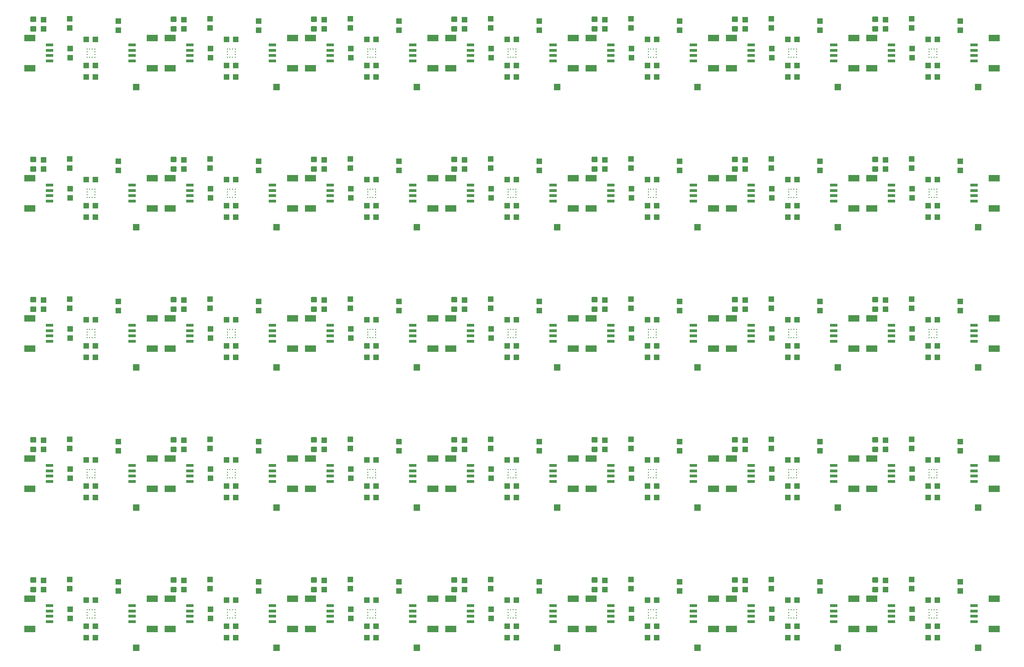
<source format=gtp>
G04 EAGLE Gerber RS-274X export*
G75*
%MOMM*%
%FSLAX34Y34*%
%LPD*%
%INSolderpaste Top*%
%IPPOS*%
%AMOC8*
5,1,8,0,0,1.08239X$1,22.5*%
G01*
%ADD10R,1.270000X1.206500*%
%ADD11R,2.000000X1.200000*%
%ADD12R,1.350000X0.600000*%
%ADD13R,1.100000X1.000000*%
%ADD14R,1.000000X1.100000*%
%ADD15C,0.300000*%
%ADD16R,0.275000X0.250000*%
%ADD17R,0.250000X0.275000*%


D10*
X210185Y63818D03*
X469265Y63818D03*
X728345Y63818D03*
X987425Y63818D03*
X1246505Y63818D03*
X1505585Y63818D03*
X1764665Y63818D03*
X210185Y322898D03*
X469265Y322898D03*
X728345Y322898D03*
X987425Y322898D03*
X1246505Y322898D03*
X1505585Y322898D03*
X1764665Y322898D03*
X210185Y581978D03*
X469265Y581978D03*
X728345Y581978D03*
X987425Y581978D03*
X1246505Y581978D03*
X1505585Y581978D03*
X1764665Y581978D03*
X210185Y841058D03*
X469265Y841058D03*
X728345Y841058D03*
X987425Y841058D03*
X1246505Y841058D03*
X1505585Y841058D03*
X1764665Y841058D03*
X210185Y1100138D03*
X469265Y1100138D03*
X728345Y1100138D03*
X987425Y1100138D03*
X1246505Y1100138D03*
X1505585Y1100138D03*
X1764665Y1100138D03*
D11*
X14050Y155000D03*
X14050Y99000D03*
D12*
X50800Y142000D03*
X50800Y132000D03*
X50800Y122000D03*
X50800Y112000D03*
D13*
X135500Y104140D03*
X118500Y104140D03*
D11*
X239950Y99000D03*
X239950Y155000D03*
D12*
X203200Y112000D03*
X203200Y122000D03*
X203200Y132000D03*
X203200Y142000D03*
D14*
X39370Y171840D03*
X39370Y188840D03*
D15*
X23820Y185610D02*
X16820Y185610D01*
X16820Y192610D01*
X23820Y192610D01*
X23820Y185610D01*
X23820Y188460D02*
X16820Y188460D01*
X16820Y191310D02*
X23820Y191310D01*
X23820Y168070D02*
X16820Y168070D01*
X16820Y175070D01*
X23820Y175070D01*
X23820Y168070D01*
X23820Y170920D02*
X16820Y170920D01*
X16820Y173770D02*
X23820Y173770D01*
D14*
X87630Y173110D03*
X87630Y190110D03*
X177800Y169300D03*
X177800Y186300D03*
D13*
X135500Y152400D03*
X118500Y152400D03*
D14*
X88900Y135500D03*
X88900Y118500D03*
D13*
X118500Y82550D03*
X135500Y82550D03*
D16*
X134500Y124500D03*
X134500Y129500D03*
X119500Y129500D03*
X119500Y124500D03*
D17*
X134500Y134625D03*
X129500Y134625D03*
X124500Y134625D03*
X119500Y134625D03*
X119500Y119375D03*
X124500Y119375D03*
X129500Y119375D03*
X134500Y119375D03*
D11*
X273130Y155000D03*
X273130Y99000D03*
D12*
X309880Y142000D03*
X309880Y132000D03*
X309880Y122000D03*
X309880Y112000D03*
D13*
X394580Y104140D03*
X377580Y104140D03*
D11*
X499030Y99000D03*
X499030Y155000D03*
D12*
X462280Y112000D03*
X462280Y122000D03*
X462280Y132000D03*
X462280Y142000D03*
D14*
X298450Y171840D03*
X298450Y188840D03*
D15*
X282900Y185610D02*
X275900Y185610D01*
X275900Y192610D01*
X282900Y192610D01*
X282900Y185610D01*
X282900Y188460D02*
X275900Y188460D01*
X275900Y191310D02*
X282900Y191310D01*
X282900Y168070D02*
X275900Y168070D01*
X275900Y175070D01*
X282900Y175070D01*
X282900Y168070D01*
X282900Y170920D02*
X275900Y170920D01*
X275900Y173770D02*
X282900Y173770D01*
D14*
X346710Y173110D03*
X346710Y190110D03*
X436880Y169300D03*
X436880Y186300D03*
D13*
X394580Y152400D03*
X377580Y152400D03*
D14*
X347980Y135500D03*
X347980Y118500D03*
D13*
X377580Y82550D03*
X394580Y82550D03*
D16*
X393580Y124500D03*
X393580Y129500D03*
X378580Y129500D03*
X378580Y124500D03*
D17*
X393580Y134625D03*
X388580Y134625D03*
X383580Y134625D03*
X378580Y134625D03*
X378580Y119375D03*
X383580Y119375D03*
X388580Y119375D03*
X393580Y119375D03*
D11*
X532210Y155000D03*
X532210Y99000D03*
D12*
X568960Y142000D03*
X568960Y132000D03*
X568960Y122000D03*
X568960Y112000D03*
D13*
X653660Y104140D03*
X636660Y104140D03*
D11*
X758110Y99000D03*
X758110Y155000D03*
D12*
X721360Y112000D03*
X721360Y122000D03*
X721360Y132000D03*
X721360Y142000D03*
D14*
X557530Y171840D03*
X557530Y188840D03*
D15*
X541980Y185610D02*
X534980Y185610D01*
X534980Y192610D01*
X541980Y192610D01*
X541980Y185610D01*
X541980Y188460D02*
X534980Y188460D01*
X534980Y191310D02*
X541980Y191310D01*
X541980Y168070D02*
X534980Y168070D01*
X534980Y175070D01*
X541980Y175070D01*
X541980Y168070D01*
X541980Y170920D02*
X534980Y170920D01*
X534980Y173770D02*
X541980Y173770D01*
D14*
X605790Y173110D03*
X605790Y190110D03*
X695960Y169300D03*
X695960Y186300D03*
D13*
X653660Y152400D03*
X636660Y152400D03*
D14*
X607060Y135500D03*
X607060Y118500D03*
D13*
X636660Y82550D03*
X653660Y82550D03*
D16*
X652660Y124500D03*
X652660Y129500D03*
X637660Y129500D03*
X637660Y124500D03*
D17*
X652660Y134625D03*
X647660Y134625D03*
X642660Y134625D03*
X637660Y134625D03*
X637660Y119375D03*
X642660Y119375D03*
X647660Y119375D03*
X652660Y119375D03*
D11*
X791290Y155000D03*
X791290Y99000D03*
D12*
X828040Y142000D03*
X828040Y132000D03*
X828040Y122000D03*
X828040Y112000D03*
D13*
X912740Y104140D03*
X895740Y104140D03*
D11*
X1017190Y99000D03*
X1017190Y155000D03*
D12*
X980440Y112000D03*
X980440Y122000D03*
X980440Y132000D03*
X980440Y142000D03*
D14*
X816610Y171840D03*
X816610Y188840D03*
D15*
X801060Y185610D02*
X794060Y185610D01*
X794060Y192610D01*
X801060Y192610D01*
X801060Y185610D01*
X801060Y188460D02*
X794060Y188460D01*
X794060Y191310D02*
X801060Y191310D01*
X801060Y168070D02*
X794060Y168070D01*
X794060Y175070D01*
X801060Y175070D01*
X801060Y168070D01*
X801060Y170920D02*
X794060Y170920D01*
X794060Y173770D02*
X801060Y173770D01*
D14*
X864870Y173110D03*
X864870Y190110D03*
X955040Y169300D03*
X955040Y186300D03*
D13*
X912740Y152400D03*
X895740Y152400D03*
D14*
X866140Y135500D03*
X866140Y118500D03*
D13*
X895740Y82550D03*
X912740Y82550D03*
D16*
X911740Y124500D03*
X911740Y129500D03*
X896740Y129500D03*
X896740Y124500D03*
D17*
X911740Y134625D03*
X906740Y134625D03*
X901740Y134625D03*
X896740Y134625D03*
X896740Y119375D03*
X901740Y119375D03*
X906740Y119375D03*
X911740Y119375D03*
D11*
X1050370Y155000D03*
X1050370Y99000D03*
D12*
X1087120Y142000D03*
X1087120Y132000D03*
X1087120Y122000D03*
X1087120Y112000D03*
D13*
X1171820Y104140D03*
X1154820Y104140D03*
D11*
X1276270Y99000D03*
X1276270Y155000D03*
D12*
X1239520Y112000D03*
X1239520Y122000D03*
X1239520Y132000D03*
X1239520Y142000D03*
D14*
X1075690Y171840D03*
X1075690Y188840D03*
D15*
X1060140Y185610D02*
X1053140Y185610D01*
X1053140Y192610D01*
X1060140Y192610D01*
X1060140Y185610D01*
X1060140Y188460D02*
X1053140Y188460D01*
X1053140Y191310D02*
X1060140Y191310D01*
X1060140Y168070D02*
X1053140Y168070D01*
X1053140Y175070D01*
X1060140Y175070D01*
X1060140Y168070D01*
X1060140Y170920D02*
X1053140Y170920D01*
X1053140Y173770D02*
X1060140Y173770D01*
D14*
X1123950Y173110D03*
X1123950Y190110D03*
X1214120Y169300D03*
X1214120Y186300D03*
D13*
X1171820Y152400D03*
X1154820Y152400D03*
D14*
X1125220Y135500D03*
X1125220Y118500D03*
D13*
X1154820Y82550D03*
X1171820Y82550D03*
D16*
X1170820Y124500D03*
X1170820Y129500D03*
X1155820Y129500D03*
X1155820Y124500D03*
D17*
X1170820Y134625D03*
X1165820Y134625D03*
X1160820Y134625D03*
X1155820Y134625D03*
X1155820Y119375D03*
X1160820Y119375D03*
X1165820Y119375D03*
X1170820Y119375D03*
D11*
X1309450Y155000D03*
X1309450Y99000D03*
D12*
X1346200Y142000D03*
X1346200Y132000D03*
X1346200Y122000D03*
X1346200Y112000D03*
D13*
X1430900Y104140D03*
X1413900Y104140D03*
D11*
X1535350Y99000D03*
X1535350Y155000D03*
D12*
X1498600Y112000D03*
X1498600Y122000D03*
X1498600Y132000D03*
X1498600Y142000D03*
D14*
X1334770Y171840D03*
X1334770Y188840D03*
D15*
X1319220Y185610D02*
X1312220Y185610D01*
X1312220Y192610D01*
X1319220Y192610D01*
X1319220Y185610D01*
X1319220Y188460D02*
X1312220Y188460D01*
X1312220Y191310D02*
X1319220Y191310D01*
X1319220Y168070D02*
X1312220Y168070D01*
X1312220Y175070D01*
X1319220Y175070D01*
X1319220Y168070D01*
X1319220Y170920D02*
X1312220Y170920D01*
X1312220Y173770D02*
X1319220Y173770D01*
D14*
X1383030Y173110D03*
X1383030Y190110D03*
X1473200Y169300D03*
X1473200Y186300D03*
D13*
X1430900Y152400D03*
X1413900Y152400D03*
D14*
X1384300Y135500D03*
X1384300Y118500D03*
D13*
X1413900Y82550D03*
X1430900Y82550D03*
D16*
X1429900Y124500D03*
X1429900Y129500D03*
X1414900Y129500D03*
X1414900Y124500D03*
D17*
X1429900Y134625D03*
X1424900Y134625D03*
X1419900Y134625D03*
X1414900Y134625D03*
X1414900Y119375D03*
X1419900Y119375D03*
X1424900Y119375D03*
X1429900Y119375D03*
D11*
X1568530Y155000D03*
X1568530Y99000D03*
D12*
X1605280Y142000D03*
X1605280Y132000D03*
X1605280Y122000D03*
X1605280Y112000D03*
D13*
X1689980Y104140D03*
X1672980Y104140D03*
D11*
X1794430Y99000D03*
X1794430Y155000D03*
D12*
X1757680Y112000D03*
X1757680Y122000D03*
X1757680Y132000D03*
X1757680Y142000D03*
D14*
X1593850Y171840D03*
X1593850Y188840D03*
D15*
X1578300Y185610D02*
X1571300Y185610D01*
X1571300Y192610D01*
X1578300Y192610D01*
X1578300Y185610D01*
X1578300Y188460D02*
X1571300Y188460D01*
X1571300Y191310D02*
X1578300Y191310D01*
X1578300Y168070D02*
X1571300Y168070D01*
X1571300Y175070D01*
X1578300Y175070D01*
X1578300Y168070D01*
X1578300Y170920D02*
X1571300Y170920D01*
X1571300Y173770D02*
X1578300Y173770D01*
D14*
X1642110Y173110D03*
X1642110Y190110D03*
X1732280Y169300D03*
X1732280Y186300D03*
D13*
X1689980Y152400D03*
X1672980Y152400D03*
D14*
X1643380Y135500D03*
X1643380Y118500D03*
D13*
X1672980Y82550D03*
X1689980Y82550D03*
D16*
X1688980Y124500D03*
X1688980Y129500D03*
X1673980Y129500D03*
X1673980Y124500D03*
D17*
X1688980Y134625D03*
X1683980Y134625D03*
X1678980Y134625D03*
X1673980Y134625D03*
X1673980Y119375D03*
X1678980Y119375D03*
X1683980Y119375D03*
X1688980Y119375D03*
D11*
X14050Y414080D03*
X14050Y358080D03*
D12*
X50800Y401080D03*
X50800Y391080D03*
X50800Y381080D03*
X50800Y371080D03*
D13*
X135500Y363220D03*
X118500Y363220D03*
D11*
X239950Y358080D03*
X239950Y414080D03*
D12*
X203200Y371080D03*
X203200Y381080D03*
X203200Y391080D03*
X203200Y401080D03*
D14*
X39370Y430920D03*
X39370Y447920D03*
D15*
X23820Y444690D02*
X16820Y444690D01*
X16820Y451690D01*
X23820Y451690D01*
X23820Y444690D01*
X23820Y447540D02*
X16820Y447540D01*
X16820Y450390D02*
X23820Y450390D01*
X23820Y427150D02*
X16820Y427150D01*
X16820Y434150D01*
X23820Y434150D01*
X23820Y427150D01*
X23820Y430000D02*
X16820Y430000D01*
X16820Y432850D02*
X23820Y432850D01*
D14*
X87630Y432190D03*
X87630Y449190D03*
X177800Y428380D03*
X177800Y445380D03*
D13*
X135500Y411480D03*
X118500Y411480D03*
D14*
X88900Y394580D03*
X88900Y377580D03*
D13*
X118500Y341630D03*
X135500Y341630D03*
D16*
X134500Y383580D03*
X134500Y388580D03*
X119500Y388580D03*
X119500Y383580D03*
D17*
X134500Y393705D03*
X129500Y393705D03*
X124500Y393705D03*
X119500Y393705D03*
X119500Y378455D03*
X124500Y378455D03*
X129500Y378455D03*
X134500Y378455D03*
D11*
X273130Y414080D03*
X273130Y358080D03*
D12*
X309880Y401080D03*
X309880Y391080D03*
X309880Y381080D03*
X309880Y371080D03*
D13*
X394580Y363220D03*
X377580Y363220D03*
D11*
X499030Y358080D03*
X499030Y414080D03*
D12*
X462280Y371080D03*
X462280Y381080D03*
X462280Y391080D03*
X462280Y401080D03*
D14*
X298450Y430920D03*
X298450Y447920D03*
D15*
X282900Y444690D02*
X275900Y444690D01*
X275900Y451690D01*
X282900Y451690D01*
X282900Y444690D01*
X282900Y447540D02*
X275900Y447540D01*
X275900Y450390D02*
X282900Y450390D01*
X282900Y427150D02*
X275900Y427150D01*
X275900Y434150D01*
X282900Y434150D01*
X282900Y427150D01*
X282900Y430000D02*
X275900Y430000D01*
X275900Y432850D02*
X282900Y432850D01*
D14*
X346710Y432190D03*
X346710Y449190D03*
X436880Y428380D03*
X436880Y445380D03*
D13*
X394580Y411480D03*
X377580Y411480D03*
D14*
X347980Y394580D03*
X347980Y377580D03*
D13*
X377580Y341630D03*
X394580Y341630D03*
D16*
X393580Y383580D03*
X393580Y388580D03*
X378580Y388580D03*
X378580Y383580D03*
D17*
X393580Y393705D03*
X388580Y393705D03*
X383580Y393705D03*
X378580Y393705D03*
X378580Y378455D03*
X383580Y378455D03*
X388580Y378455D03*
X393580Y378455D03*
D11*
X532210Y414080D03*
X532210Y358080D03*
D12*
X568960Y401080D03*
X568960Y391080D03*
X568960Y381080D03*
X568960Y371080D03*
D13*
X653660Y363220D03*
X636660Y363220D03*
D11*
X758110Y358080D03*
X758110Y414080D03*
D12*
X721360Y371080D03*
X721360Y381080D03*
X721360Y391080D03*
X721360Y401080D03*
D14*
X557530Y430920D03*
X557530Y447920D03*
D15*
X541980Y444690D02*
X534980Y444690D01*
X534980Y451690D01*
X541980Y451690D01*
X541980Y444690D01*
X541980Y447540D02*
X534980Y447540D01*
X534980Y450390D02*
X541980Y450390D01*
X541980Y427150D02*
X534980Y427150D01*
X534980Y434150D01*
X541980Y434150D01*
X541980Y427150D01*
X541980Y430000D02*
X534980Y430000D01*
X534980Y432850D02*
X541980Y432850D01*
D14*
X605790Y432190D03*
X605790Y449190D03*
X695960Y428380D03*
X695960Y445380D03*
D13*
X653660Y411480D03*
X636660Y411480D03*
D14*
X607060Y394580D03*
X607060Y377580D03*
D13*
X636660Y341630D03*
X653660Y341630D03*
D16*
X652660Y383580D03*
X652660Y388580D03*
X637660Y388580D03*
X637660Y383580D03*
D17*
X652660Y393705D03*
X647660Y393705D03*
X642660Y393705D03*
X637660Y393705D03*
X637660Y378455D03*
X642660Y378455D03*
X647660Y378455D03*
X652660Y378455D03*
D11*
X791290Y414080D03*
X791290Y358080D03*
D12*
X828040Y401080D03*
X828040Y391080D03*
X828040Y381080D03*
X828040Y371080D03*
D13*
X912740Y363220D03*
X895740Y363220D03*
D11*
X1017190Y358080D03*
X1017190Y414080D03*
D12*
X980440Y371080D03*
X980440Y381080D03*
X980440Y391080D03*
X980440Y401080D03*
D14*
X816610Y430920D03*
X816610Y447920D03*
D15*
X801060Y444690D02*
X794060Y444690D01*
X794060Y451690D01*
X801060Y451690D01*
X801060Y444690D01*
X801060Y447540D02*
X794060Y447540D01*
X794060Y450390D02*
X801060Y450390D01*
X801060Y427150D02*
X794060Y427150D01*
X794060Y434150D01*
X801060Y434150D01*
X801060Y427150D01*
X801060Y430000D02*
X794060Y430000D01*
X794060Y432850D02*
X801060Y432850D01*
D14*
X864870Y432190D03*
X864870Y449190D03*
X955040Y428380D03*
X955040Y445380D03*
D13*
X912740Y411480D03*
X895740Y411480D03*
D14*
X866140Y394580D03*
X866140Y377580D03*
D13*
X895740Y341630D03*
X912740Y341630D03*
D16*
X911740Y383580D03*
X911740Y388580D03*
X896740Y388580D03*
X896740Y383580D03*
D17*
X911740Y393705D03*
X906740Y393705D03*
X901740Y393705D03*
X896740Y393705D03*
X896740Y378455D03*
X901740Y378455D03*
X906740Y378455D03*
X911740Y378455D03*
D11*
X1050370Y414080D03*
X1050370Y358080D03*
D12*
X1087120Y401080D03*
X1087120Y391080D03*
X1087120Y381080D03*
X1087120Y371080D03*
D13*
X1171820Y363220D03*
X1154820Y363220D03*
D11*
X1276270Y358080D03*
X1276270Y414080D03*
D12*
X1239520Y371080D03*
X1239520Y381080D03*
X1239520Y391080D03*
X1239520Y401080D03*
D14*
X1075690Y430920D03*
X1075690Y447920D03*
D15*
X1060140Y444690D02*
X1053140Y444690D01*
X1053140Y451690D01*
X1060140Y451690D01*
X1060140Y444690D01*
X1060140Y447540D02*
X1053140Y447540D01*
X1053140Y450390D02*
X1060140Y450390D01*
X1060140Y427150D02*
X1053140Y427150D01*
X1053140Y434150D01*
X1060140Y434150D01*
X1060140Y427150D01*
X1060140Y430000D02*
X1053140Y430000D01*
X1053140Y432850D02*
X1060140Y432850D01*
D14*
X1123950Y432190D03*
X1123950Y449190D03*
X1214120Y428380D03*
X1214120Y445380D03*
D13*
X1171820Y411480D03*
X1154820Y411480D03*
D14*
X1125220Y394580D03*
X1125220Y377580D03*
D13*
X1154820Y341630D03*
X1171820Y341630D03*
D16*
X1170820Y383580D03*
X1170820Y388580D03*
X1155820Y388580D03*
X1155820Y383580D03*
D17*
X1170820Y393705D03*
X1165820Y393705D03*
X1160820Y393705D03*
X1155820Y393705D03*
X1155820Y378455D03*
X1160820Y378455D03*
X1165820Y378455D03*
X1170820Y378455D03*
D11*
X1309450Y414080D03*
X1309450Y358080D03*
D12*
X1346200Y401080D03*
X1346200Y391080D03*
X1346200Y381080D03*
X1346200Y371080D03*
D13*
X1430900Y363220D03*
X1413900Y363220D03*
D11*
X1535350Y358080D03*
X1535350Y414080D03*
D12*
X1498600Y371080D03*
X1498600Y381080D03*
X1498600Y391080D03*
X1498600Y401080D03*
D14*
X1334770Y430920D03*
X1334770Y447920D03*
D15*
X1319220Y444690D02*
X1312220Y444690D01*
X1312220Y451690D01*
X1319220Y451690D01*
X1319220Y444690D01*
X1319220Y447540D02*
X1312220Y447540D01*
X1312220Y450390D02*
X1319220Y450390D01*
X1319220Y427150D02*
X1312220Y427150D01*
X1312220Y434150D01*
X1319220Y434150D01*
X1319220Y427150D01*
X1319220Y430000D02*
X1312220Y430000D01*
X1312220Y432850D02*
X1319220Y432850D01*
D14*
X1383030Y432190D03*
X1383030Y449190D03*
X1473200Y428380D03*
X1473200Y445380D03*
D13*
X1430900Y411480D03*
X1413900Y411480D03*
D14*
X1384300Y394580D03*
X1384300Y377580D03*
D13*
X1413900Y341630D03*
X1430900Y341630D03*
D16*
X1429900Y383580D03*
X1429900Y388580D03*
X1414900Y388580D03*
X1414900Y383580D03*
D17*
X1429900Y393705D03*
X1424900Y393705D03*
X1419900Y393705D03*
X1414900Y393705D03*
X1414900Y378455D03*
X1419900Y378455D03*
X1424900Y378455D03*
X1429900Y378455D03*
D11*
X1568530Y414080D03*
X1568530Y358080D03*
D12*
X1605280Y401080D03*
X1605280Y391080D03*
X1605280Y381080D03*
X1605280Y371080D03*
D13*
X1689980Y363220D03*
X1672980Y363220D03*
D11*
X1794430Y358080D03*
X1794430Y414080D03*
D12*
X1757680Y371080D03*
X1757680Y381080D03*
X1757680Y391080D03*
X1757680Y401080D03*
D14*
X1593850Y430920D03*
X1593850Y447920D03*
D15*
X1578300Y444690D02*
X1571300Y444690D01*
X1571300Y451690D01*
X1578300Y451690D01*
X1578300Y444690D01*
X1578300Y447540D02*
X1571300Y447540D01*
X1571300Y450390D02*
X1578300Y450390D01*
X1578300Y427150D02*
X1571300Y427150D01*
X1571300Y434150D01*
X1578300Y434150D01*
X1578300Y427150D01*
X1578300Y430000D02*
X1571300Y430000D01*
X1571300Y432850D02*
X1578300Y432850D01*
D14*
X1642110Y432190D03*
X1642110Y449190D03*
X1732280Y428380D03*
X1732280Y445380D03*
D13*
X1689980Y411480D03*
X1672980Y411480D03*
D14*
X1643380Y394580D03*
X1643380Y377580D03*
D13*
X1672980Y341630D03*
X1689980Y341630D03*
D16*
X1688980Y383580D03*
X1688980Y388580D03*
X1673980Y388580D03*
X1673980Y383580D03*
D17*
X1688980Y393705D03*
X1683980Y393705D03*
X1678980Y393705D03*
X1673980Y393705D03*
X1673980Y378455D03*
X1678980Y378455D03*
X1683980Y378455D03*
X1688980Y378455D03*
D11*
X14050Y673160D03*
X14050Y617160D03*
D12*
X50800Y660160D03*
X50800Y650160D03*
X50800Y640160D03*
X50800Y630160D03*
D13*
X135500Y622300D03*
X118500Y622300D03*
D11*
X239950Y617160D03*
X239950Y673160D03*
D12*
X203200Y630160D03*
X203200Y640160D03*
X203200Y650160D03*
X203200Y660160D03*
D14*
X39370Y690000D03*
X39370Y707000D03*
D15*
X23820Y703770D02*
X16820Y703770D01*
X16820Y710770D01*
X23820Y710770D01*
X23820Y703770D01*
X23820Y706620D02*
X16820Y706620D01*
X16820Y709470D02*
X23820Y709470D01*
X23820Y686230D02*
X16820Y686230D01*
X16820Y693230D01*
X23820Y693230D01*
X23820Y686230D01*
X23820Y689080D02*
X16820Y689080D01*
X16820Y691930D02*
X23820Y691930D01*
D14*
X87630Y691270D03*
X87630Y708270D03*
X177800Y687460D03*
X177800Y704460D03*
D13*
X135500Y670560D03*
X118500Y670560D03*
D14*
X88900Y653660D03*
X88900Y636660D03*
D13*
X118500Y600710D03*
X135500Y600710D03*
D16*
X134500Y642660D03*
X134500Y647660D03*
X119500Y647660D03*
X119500Y642660D03*
D17*
X134500Y652785D03*
X129500Y652785D03*
X124500Y652785D03*
X119500Y652785D03*
X119500Y637535D03*
X124500Y637535D03*
X129500Y637535D03*
X134500Y637535D03*
D11*
X273130Y673160D03*
X273130Y617160D03*
D12*
X309880Y660160D03*
X309880Y650160D03*
X309880Y640160D03*
X309880Y630160D03*
D13*
X394580Y622300D03*
X377580Y622300D03*
D11*
X499030Y617160D03*
X499030Y673160D03*
D12*
X462280Y630160D03*
X462280Y640160D03*
X462280Y650160D03*
X462280Y660160D03*
D14*
X298450Y690000D03*
X298450Y707000D03*
D15*
X282900Y703770D02*
X275900Y703770D01*
X275900Y710770D01*
X282900Y710770D01*
X282900Y703770D01*
X282900Y706620D02*
X275900Y706620D01*
X275900Y709470D02*
X282900Y709470D01*
X282900Y686230D02*
X275900Y686230D01*
X275900Y693230D01*
X282900Y693230D01*
X282900Y686230D01*
X282900Y689080D02*
X275900Y689080D01*
X275900Y691930D02*
X282900Y691930D01*
D14*
X346710Y691270D03*
X346710Y708270D03*
X436880Y687460D03*
X436880Y704460D03*
D13*
X394580Y670560D03*
X377580Y670560D03*
D14*
X347980Y653660D03*
X347980Y636660D03*
D13*
X377580Y600710D03*
X394580Y600710D03*
D16*
X393580Y642660D03*
X393580Y647660D03*
X378580Y647660D03*
X378580Y642660D03*
D17*
X393580Y652785D03*
X388580Y652785D03*
X383580Y652785D03*
X378580Y652785D03*
X378580Y637535D03*
X383580Y637535D03*
X388580Y637535D03*
X393580Y637535D03*
D11*
X532210Y673160D03*
X532210Y617160D03*
D12*
X568960Y660160D03*
X568960Y650160D03*
X568960Y640160D03*
X568960Y630160D03*
D13*
X653660Y622300D03*
X636660Y622300D03*
D11*
X758110Y617160D03*
X758110Y673160D03*
D12*
X721360Y630160D03*
X721360Y640160D03*
X721360Y650160D03*
X721360Y660160D03*
D14*
X557530Y690000D03*
X557530Y707000D03*
D15*
X541980Y703770D02*
X534980Y703770D01*
X534980Y710770D01*
X541980Y710770D01*
X541980Y703770D01*
X541980Y706620D02*
X534980Y706620D01*
X534980Y709470D02*
X541980Y709470D01*
X541980Y686230D02*
X534980Y686230D01*
X534980Y693230D01*
X541980Y693230D01*
X541980Y686230D01*
X541980Y689080D02*
X534980Y689080D01*
X534980Y691930D02*
X541980Y691930D01*
D14*
X605790Y691270D03*
X605790Y708270D03*
X695960Y687460D03*
X695960Y704460D03*
D13*
X653660Y670560D03*
X636660Y670560D03*
D14*
X607060Y653660D03*
X607060Y636660D03*
D13*
X636660Y600710D03*
X653660Y600710D03*
D16*
X652660Y642660D03*
X652660Y647660D03*
X637660Y647660D03*
X637660Y642660D03*
D17*
X652660Y652785D03*
X647660Y652785D03*
X642660Y652785D03*
X637660Y652785D03*
X637660Y637535D03*
X642660Y637535D03*
X647660Y637535D03*
X652660Y637535D03*
D11*
X791290Y673160D03*
X791290Y617160D03*
D12*
X828040Y660160D03*
X828040Y650160D03*
X828040Y640160D03*
X828040Y630160D03*
D13*
X912740Y622300D03*
X895740Y622300D03*
D11*
X1017190Y617160D03*
X1017190Y673160D03*
D12*
X980440Y630160D03*
X980440Y640160D03*
X980440Y650160D03*
X980440Y660160D03*
D14*
X816610Y690000D03*
X816610Y707000D03*
D15*
X801060Y703770D02*
X794060Y703770D01*
X794060Y710770D01*
X801060Y710770D01*
X801060Y703770D01*
X801060Y706620D02*
X794060Y706620D01*
X794060Y709470D02*
X801060Y709470D01*
X801060Y686230D02*
X794060Y686230D01*
X794060Y693230D01*
X801060Y693230D01*
X801060Y686230D01*
X801060Y689080D02*
X794060Y689080D01*
X794060Y691930D02*
X801060Y691930D01*
D14*
X864870Y691270D03*
X864870Y708270D03*
X955040Y687460D03*
X955040Y704460D03*
D13*
X912740Y670560D03*
X895740Y670560D03*
D14*
X866140Y653660D03*
X866140Y636660D03*
D13*
X895740Y600710D03*
X912740Y600710D03*
D16*
X911740Y642660D03*
X911740Y647660D03*
X896740Y647660D03*
X896740Y642660D03*
D17*
X911740Y652785D03*
X906740Y652785D03*
X901740Y652785D03*
X896740Y652785D03*
X896740Y637535D03*
X901740Y637535D03*
X906740Y637535D03*
X911740Y637535D03*
D11*
X1050370Y673160D03*
X1050370Y617160D03*
D12*
X1087120Y660160D03*
X1087120Y650160D03*
X1087120Y640160D03*
X1087120Y630160D03*
D13*
X1171820Y622300D03*
X1154820Y622300D03*
D11*
X1276270Y617160D03*
X1276270Y673160D03*
D12*
X1239520Y630160D03*
X1239520Y640160D03*
X1239520Y650160D03*
X1239520Y660160D03*
D14*
X1075690Y690000D03*
X1075690Y707000D03*
D15*
X1060140Y703770D02*
X1053140Y703770D01*
X1053140Y710770D01*
X1060140Y710770D01*
X1060140Y703770D01*
X1060140Y706620D02*
X1053140Y706620D01*
X1053140Y709470D02*
X1060140Y709470D01*
X1060140Y686230D02*
X1053140Y686230D01*
X1053140Y693230D01*
X1060140Y693230D01*
X1060140Y686230D01*
X1060140Y689080D02*
X1053140Y689080D01*
X1053140Y691930D02*
X1060140Y691930D01*
D14*
X1123950Y691270D03*
X1123950Y708270D03*
X1214120Y687460D03*
X1214120Y704460D03*
D13*
X1171820Y670560D03*
X1154820Y670560D03*
D14*
X1125220Y653660D03*
X1125220Y636660D03*
D13*
X1154820Y600710D03*
X1171820Y600710D03*
D16*
X1170820Y642660D03*
X1170820Y647660D03*
X1155820Y647660D03*
X1155820Y642660D03*
D17*
X1170820Y652785D03*
X1165820Y652785D03*
X1160820Y652785D03*
X1155820Y652785D03*
X1155820Y637535D03*
X1160820Y637535D03*
X1165820Y637535D03*
X1170820Y637535D03*
D11*
X1309450Y673160D03*
X1309450Y617160D03*
D12*
X1346200Y660160D03*
X1346200Y650160D03*
X1346200Y640160D03*
X1346200Y630160D03*
D13*
X1430900Y622300D03*
X1413900Y622300D03*
D11*
X1535350Y617160D03*
X1535350Y673160D03*
D12*
X1498600Y630160D03*
X1498600Y640160D03*
X1498600Y650160D03*
X1498600Y660160D03*
D14*
X1334770Y690000D03*
X1334770Y707000D03*
D15*
X1319220Y703770D02*
X1312220Y703770D01*
X1312220Y710770D01*
X1319220Y710770D01*
X1319220Y703770D01*
X1319220Y706620D02*
X1312220Y706620D01*
X1312220Y709470D02*
X1319220Y709470D01*
X1319220Y686230D02*
X1312220Y686230D01*
X1312220Y693230D01*
X1319220Y693230D01*
X1319220Y686230D01*
X1319220Y689080D02*
X1312220Y689080D01*
X1312220Y691930D02*
X1319220Y691930D01*
D14*
X1383030Y691270D03*
X1383030Y708270D03*
X1473200Y687460D03*
X1473200Y704460D03*
D13*
X1430900Y670560D03*
X1413900Y670560D03*
D14*
X1384300Y653660D03*
X1384300Y636660D03*
D13*
X1413900Y600710D03*
X1430900Y600710D03*
D16*
X1429900Y642660D03*
X1429900Y647660D03*
X1414900Y647660D03*
X1414900Y642660D03*
D17*
X1429900Y652785D03*
X1424900Y652785D03*
X1419900Y652785D03*
X1414900Y652785D03*
X1414900Y637535D03*
X1419900Y637535D03*
X1424900Y637535D03*
X1429900Y637535D03*
D11*
X1568530Y673160D03*
X1568530Y617160D03*
D12*
X1605280Y660160D03*
X1605280Y650160D03*
X1605280Y640160D03*
X1605280Y630160D03*
D13*
X1689980Y622300D03*
X1672980Y622300D03*
D11*
X1794430Y617160D03*
X1794430Y673160D03*
D12*
X1757680Y630160D03*
X1757680Y640160D03*
X1757680Y650160D03*
X1757680Y660160D03*
D14*
X1593850Y690000D03*
X1593850Y707000D03*
D15*
X1578300Y703770D02*
X1571300Y703770D01*
X1571300Y710770D01*
X1578300Y710770D01*
X1578300Y703770D01*
X1578300Y706620D02*
X1571300Y706620D01*
X1571300Y709470D02*
X1578300Y709470D01*
X1578300Y686230D02*
X1571300Y686230D01*
X1571300Y693230D01*
X1578300Y693230D01*
X1578300Y686230D01*
X1578300Y689080D02*
X1571300Y689080D01*
X1571300Y691930D02*
X1578300Y691930D01*
D14*
X1642110Y691270D03*
X1642110Y708270D03*
X1732280Y687460D03*
X1732280Y704460D03*
D13*
X1689980Y670560D03*
X1672980Y670560D03*
D14*
X1643380Y653660D03*
X1643380Y636660D03*
D13*
X1672980Y600710D03*
X1689980Y600710D03*
D16*
X1688980Y642660D03*
X1688980Y647660D03*
X1673980Y647660D03*
X1673980Y642660D03*
D17*
X1688980Y652785D03*
X1683980Y652785D03*
X1678980Y652785D03*
X1673980Y652785D03*
X1673980Y637535D03*
X1678980Y637535D03*
X1683980Y637535D03*
X1688980Y637535D03*
D11*
X14050Y932240D03*
X14050Y876240D03*
D12*
X50800Y919240D03*
X50800Y909240D03*
X50800Y899240D03*
X50800Y889240D03*
D13*
X135500Y881380D03*
X118500Y881380D03*
D11*
X239950Y876240D03*
X239950Y932240D03*
D12*
X203200Y889240D03*
X203200Y899240D03*
X203200Y909240D03*
X203200Y919240D03*
D14*
X39370Y949080D03*
X39370Y966080D03*
D15*
X23820Y962850D02*
X16820Y962850D01*
X16820Y969850D01*
X23820Y969850D01*
X23820Y962850D01*
X23820Y965700D02*
X16820Y965700D01*
X16820Y968550D02*
X23820Y968550D01*
X23820Y945310D02*
X16820Y945310D01*
X16820Y952310D01*
X23820Y952310D01*
X23820Y945310D01*
X23820Y948160D02*
X16820Y948160D01*
X16820Y951010D02*
X23820Y951010D01*
D14*
X87630Y950350D03*
X87630Y967350D03*
X177800Y946540D03*
X177800Y963540D03*
D13*
X135500Y929640D03*
X118500Y929640D03*
D14*
X88900Y912740D03*
X88900Y895740D03*
D13*
X118500Y859790D03*
X135500Y859790D03*
D16*
X134500Y901740D03*
X134500Y906740D03*
X119500Y906740D03*
X119500Y901740D03*
D17*
X134500Y911865D03*
X129500Y911865D03*
X124500Y911865D03*
X119500Y911865D03*
X119500Y896615D03*
X124500Y896615D03*
X129500Y896615D03*
X134500Y896615D03*
D11*
X273130Y932240D03*
X273130Y876240D03*
D12*
X309880Y919240D03*
X309880Y909240D03*
X309880Y899240D03*
X309880Y889240D03*
D13*
X394580Y881380D03*
X377580Y881380D03*
D11*
X499030Y876240D03*
X499030Y932240D03*
D12*
X462280Y889240D03*
X462280Y899240D03*
X462280Y909240D03*
X462280Y919240D03*
D14*
X298450Y949080D03*
X298450Y966080D03*
D15*
X282900Y962850D02*
X275900Y962850D01*
X275900Y969850D01*
X282900Y969850D01*
X282900Y962850D01*
X282900Y965700D02*
X275900Y965700D01*
X275900Y968550D02*
X282900Y968550D01*
X282900Y945310D02*
X275900Y945310D01*
X275900Y952310D01*
X282900Y952310D01*
X282900Y945310D01*
X282900Y948160D02*
X275900Y948160D01*
X275900Y951010D02*
X282900Y951010D01*
D14*
X346710Y950350D03*
X346710Y967350D03*
X436880Y946540D03*
X436880Y963540D03*
D13*
X394580Y929640D03*
X377580Y929640D03*
D14*
X347980Y912740D03*
X347980Y895740D03*
D13*
X377580Y859790D03*
X394580Y859790D03*
D16*
X393580Y901740D03*
X393580Y906740D03*
X378580Y906740D03*
X378580Y901740D03*
D17*
X393580Y911865D03*
X388580Y911865D03*
X383580Y911865D03*
X378580Y911865D03*
X378580Y896615D03*
X383580Y896615D03*
X388580Y896615D03*
X393580Y896615D03*
D11*
X532210Y932240D03*
X532210Y876240D03*
D12*
X568960Y919240D03*
X568960Y909240D03*
X568960Y899240D03*
X568960Y889240D03*
D13*
X653660Y881380D03*
X636660Y881380D03*
D11*
X758110Y876240D03*
X758110Y932240D03*
D12*
X721360Y889240D03*
X721360Y899240D03*
X721360Y909240D03*
X721360Y919240D03*
D14*
X557530Y949080D03*
X557530Y966080D03*
D15*
X541980Y962850D02*
X534980Y962850D01*
X534980Y969850D01*
X541980Y969850D01*
X541980Y962850D01*
X541980Y965700D02*
X534980Y965700D01*
X534980Y968550D02*
X541980Y968550D01*
X541980Y945310D02*
X534980Y945310D01*
X534980Y952310D01*
X541980Y952310D01*
X541980Y945310D01*
X541980Y948160D02*
X534980Y948160D01*
X534980Y951010D02*
X541980Y951010D01*
D14*
X605790Y950350D03*
X605790Y967350D03*
X695960Y946540D03*
X695960Y963540D03*
D13*
X653660Y929640D03*
X636660Y929640D03*
D14*
X607060Y912740D03*
X607060Y895740D03*
D13*
X636660Y859790D03*
X653660Y859790D03*
D16*
X652660Y901740D03*
X652660Y906740D03*
X637660Y906740D03*
X637660Y901740D03*
D17*
X652660Y911865D03*
X647660Y911865D03*
X642660Y911865D03*
X637660Y911865D03*
X637660Y896615D03*
X642660Y896615D03*
X647660Y896615D03*
X652660Y896615D03*
D11*
X791290Y932240D03*
X791290Y876240D03*
D12*
X828040Y919240D03*
X828040Y909240D03*
X828040Y899240D03*
X828040Y889240D03*
D13*
X912740Y881380D03*
X895740Y881380D03*
D11*
X1017190Y876240D03*
X1017190Y932240D03*
D12*
X980440Y889240D03*
X980440Y899240D03*
X980440Y909240D03*
X980440Y919240D03*
D14*
X816610Y949080D03*
X816610Y966080D03*
D15*
X801060Y962850D02*
X794060Y962850D01*
X794060Y969850D01*
X801060Y969850D01*
X801060Y962850D01*
X801060Y965700D02*
X794060Y965700D01*
X794060Y968550D02*
X801060Y968550D01*
X801060Y945310D02*
X794060Y945310D01*
X794060Y952310D01*
X801060Y952310D01*
X801060Y945310D01*
X801060Y948160D02*
X794060Y948160D01*
X794060Y951010D02*
X801060Y951010D01*
D14*
X864870Y950350D03*
X864870Y967350D03*
X955040Y946540D03*
X955040Y963540D03*
D13*
X912740Y929640D03*
X895740Y929640D03*
D14*
X866140Y912740D03*
X866140Y895740D03*
D13*
X895740Y859790D03*
X912740Y859790D03*
D16*
X911740Y901740D03*
X911740Y906740D03*
X896740Y906740D03*
X896740Y901740D03*
D17*
X911740Y911865D03*
X906740Y911865D03*
X901740Y911865D03*
X896740Y911865D03*
X896740Y896615D03*
X901740Y896615D03*
X906740Y896615D03*
X911740Y896615D03*
D11*
X1050370Y932240D03*
X1050370Y876240D03*
D12*
X1087120Y919240D03*
X1087120Y909240D03*
X1087120Y899240D03*
X1087120Y889240D03*
D13*
X1171820Y881380D03*
X1154820Y881380D03*
D11*
X1276270Y876240D03*
X1276270Y932240D03*
D12*
X1239520Y889240D03*
X1239520Y899240D03*
X1239520Y909240D03*
X1239520Y919240D03*
D14*
X1075690Y949080D03*
X1075690Y966080D03*
D15*
X1060140Y962850D02*
X1053140Y962850D01*
X1053140Y969850D01*
X1060140Y969850D01*
X1060140Y962850D01*
X1060140Y965700D02*
X1053140Y965700D01*
X1053140Y968550D02*
X1060140Y968550D01*
X1060140Y945310D02*
X1053140Y945310D01*
X1053140Y952310D01*
X1060140Y952310D01*
X1060140Y945310D01*
X1060140Y948160D02*
X1053140Y948160D01*
X1053140Y951010D02*
X1060140Y951010D01*
D14*
X1123950Y950350D03*
X1123950Y967350D03*
X1214120Y946540D03*
X1214120Y963540D03*
D13*
X1171820Y929640D03*
X1154820Y929640D03*
D14*
X1125220Y912740D03*
X1125220Y895740D03*
D13*
X1154820Y859790D03*
X1171820Y859790D03*
D16*
X1170820Y901740D03*
X1170820Y906740D03*
X1155820Y906740D03*
X1155820Y901740D03*
D17*
X1170820Y911865D03*
X1165820Y911865D03*
X1160820Y911865D03*
X1155820Y911865D03*
X1155820Y896615D03*
X1160820Y896615D03*
X1165820Y896615D03*
X1170820Y896615D03*
D11*
X1309450Y932240D03*
X1309450Y876240D03*
D12*
X1346200Y919240D03*
X1346200Y909240D03*
X1346200Y899240D03*
X1346200Y889240D03*
D13*
X1430900Y881380D03*
X1413900Y881380D03*
D11*
X1535350Y876240D03*
X1535350Y932240D03*
D12*
X1498600Y889240D03*
X1498600Y899240D03*
X1498600Y909240D03*
X1498600Y919240D03*
D14*
X1334770Y949080D03*
X1334770Y966080D03*
D15*
X1319220Y962850D02*
X1312220Y962850D01*
X1312220Y969850D01*
X1319220Y969850D01*
X1319220Y962850D01*
X1319220Y965700D02*
X1312220Y965700D01*
X1312220Y968550D02*
X1319220Y968550D01*
X1319220Y945310D02*
X1312220Y945310D01*
X1312220Y952310D01*
X1319220Y952310D01*
X1319220Y945310D01*
X1319220Y948160D02*
X1312220Y948160D01*
X1312220Y951010D02*
X1319220Y951010D01*
D14*
X1383030Y950350D03*
X1383030Y967350D03*
X1473200Y946540D03*
X1473200Y963540D03*
D13*
X1430900Y929640D03*
X1413900Y929640D03*
D14*
X1384300Y912740D03*
X1384300Y895740D03*
D13*
X1413900Y859790D03*
X1430900Y859790D03*
D16*
X1429900Y901740D03*
X1429900Y906740D03*
X1414900Y906740D03*
X1414900Y901740D03*
D17*
X1429900Y911865D03*
X1424900Y911865D03*
X1419900Y911865D03*
X1414900Y911865D03*
X1414900Y896615D03*
X1419900Y896615D03*
X1424900Y896615D03*
X1429900Y896615D03*
D11*
X1568530Y932240D03*
X1568530Y876240D03*
D12*
X1605280Y919240D03*
X1605280Y909240D03*
X1605280Y899240D03*
X1605280Y889240D03*
D13*
X1689980Y881380D03*
X1672980Y881380D03*
D11*
X1794430Y876240D03*
X1794430Y932240D03*
D12*
X1757680Y889240D03*
X1757680Y899240D03*
X1757680Y909240D03*
X1757680Y919240D03*
D14*
X1593850Y949080D03*
X1593850Y966080D03*
D15*
X1578300Y962850D02*
X1571300Y962850D01*
X1571300Y969850D01*
X1578300Y969850D01*
X1578300Y962850D01*
X1578300Y965700D02*
X1571300Y965700D01*
X1571300Y968550D02*
X1578300Y968550D01*
X1578300Y945310D02*
X1571300Y945310D01*
X1571300Y952310D01*
X1578300Y952310D01*
X1578300Y945310D01*
X1578300Y948160D02*
X1571300Y948160D01*
X1571300Y951010D02*
X1578300Y951010D01*
D14*
X1642110Y950350D03*
X1642110Y967350D03*
X1732280Y946540D03*
X1732280Y963540D03*
D13*
X1689980Y929640D03*
X1672980Y929640D03*
D14*
X1643380Y912740D03*
X1643380Y895740D03*
D13*
X1672980Y859790D03*
X1689980Y859790D03*
D16*
X1688980Y901740D03*
X1688980Y906740D03*
X1673980Y906740D03*
X1673980Y901740D03*
D17*
X1688980Y911865D03*
X1683980Y911865D03*
X1678980Y911865D03*
X1673980Y911865D03*
X1673980Y896615D03*
X1678980Y896615D03*
X1683980Y896615D03*
X1688980Y896615D03*
D11*
X14050Y1191320D03*
X14050Y1135320D03*
D12*
X50800Y1178320D03*
X50800Y1168320D03*
X50800Y1158320D03*
X50800Y1148320D03*
D13*
X135500Y1140460D03*
X118500Y1140460D03*
D11*
X239950Y1135320D03*
X239950Y1191320D03*
D12*
X203200Y1148320D03*
X203200Y1158320D03*
X203200Y1168320D03*
X203200Y1178320D03*
D14*
X39370Y1208160D03*
X39370Y1225160D03*
D15*
X23820Y1221930D02*
X16820Y1221930D01*
X16820Y1228930D01*
X23820Y1228930D01*
X23820Y1221930D01*
X23820Y1224780D02*
X16820Y1224780D01*
X16820Y1227630D02*
X23820Y1227630D01*
X23820Y1204390D02*
X16820Y1204390D01*
X16820Y1211390D01*
X23820Y1211390D01*
X23820Y1204390D01*
X23820Y1207240D02*
X16820Y1207240D01*
X16820Y1210090D02*
X23820Y1210090D01*
D14*
X87630Y1209430D03*
X87630Y1226430D03*
X177800Y1205620D03*
X177800Y1222620D03*
D13*
X135500Y1188720D03*
X118500Y1188720D03*
D14*
X88900Y1171820D03*
X88900Y1154820D03*
D13*
X118500Y1118870D03*
X135500Y1118870D03*
D16*
X134500Y1160820D03*
X134500Y1165820D03*
X119500Y1165820D03*
X119500Y1160820D03*
D17*
X134500Y1170945D03*
X129500Y1170945D03*
X124500Y1170945D03*
X119500Y1170945D03*
X119500Y1155695D03*
X124500Y1155695D03*
X129500Y1155695D03*
X134500Y1155695D03*
D11*
X273130Y1191320D03*
X273130Y1135320D03*
D12*
X309880Y1178320D03*
X309880Y1168320D03*
X309880Y1158320D03*
X309880Y1148320D03*
D13*
X394580Y1140460D03*
X377580Y1140460D03*
D11*
X499030Y1135320D03*
X499030Y1191320D03*
D12*
X462280Y1148320D03*
X462280Y1158320D03*
X462280Y1168320D03*
X462280Y1178320D03*
D14*
X298450Y1208160D03*
X298450Y1225160D03*
D15*
X282900Y1221930D02*
X275900Y1221930D01*
X275900Y1228930D01*
X282900Y1228930D01*
X282900Y1221930D01*
X282900Y1224780D02*
X275900Y1224780D01*
X275900Y1227630D02*
X282900Y1227630D01*
X282900Y1204390D02*
X275900Y1204390D01*
X275900Y1211390D01*
X282900Y1211390D01*
X282900Y1204390D01*
X282900Y1207240D02*
X275900Y1207240D01*
X275900Y1210090D02*
X282900Y1210090D01*
D14*
X346710Y1209430D03*
X346710Y1226430D03*
X436880Y1205620D03*
X436880Y1222620D03*
D13*
X394580Y1188720D03*
X377580Y1188720D03*
D14*
X347980Y1171820D03*
X347980Y1154820D03*
D13*
X377580Y1118870D03*
X394580Y1118870D03*
D16*
X393580Y1160820D03*
X393580Y1165820D03*
X378580Y1165820D03*
X378580Y1160820D03*
D17*
X393580Y1170945D03*
X388580Y1170945D03*
X383580Y1170945D03*
X378580Y1170945D03*
X378580Y1155695D03*
X383580Y1155695D03*
X388580Y1155695D03*
X393580Y1155695D03*
D11*
X532210Y1191320D03*
X532210Y1135320D03*
D12*
X568960Y1178320D03*
X568960Y1168320D03*
X568960Y1158320D03*
X568960Y1148320D03*
D13*
X653660Y1140460D03*
X636660Y1140460D03*
D11*
X758110Y1135320D03*
X758110Y1191320D03*
D12*
X721360Y1148320D03*
X721360Y1158320D03*
X721360Y1168320D03*
X721360Y1178320D03*
D14*
X557530Y1208160D03*
X557530Y1225160D03*
D15*
X541980Y1221930D02*
X534980Y1221930D01*
X534980Y1228930D01*
X541980Y1228930D01*
X541980Y1221930D01*
X541980Y1224780D02*
X534980Y1224780D01*
X534980Y1227630D02*
X541980Y1227630D01*
X541980Y1204390D02*
X534980Y1204390D01*
X534980Y1211390D01*
X541980Y1211390D01*
X541980Y1204390D01*
X541980Y1207240D02*
X534980Y1207240D01*
X534980Y1210090D02*
X541980Y1210090D01*
D14*
X605790Y1209430D03*
X605790Y1226430D03*
X695960Y1205620D03*
X695960Y1222620D03*
D13*
X653660Y1188720D03*
X636660Y1188720D03*
D14*
X607060Y1171820D03*
X607060Y1154820D03*
D13*
X636660Y1118870D03*
X653660Y1118870D03*
D16*
X652660Y1160820D03*
X652660Y1165820D03*
X637660Y1165820D03*
X637660Y1160820D03*
D17*
X652660Y1170945D03*
X647660Y1170945D03*
X642660Y1170945D03*
X637660Y1170945D03*
X637660Y1155695D03*
X642660Y1155695D03*
X647660Y1155695D03*
X652660Y1155695D03*
D11*
X791290Y1191320D03*
X791290Y1135320D03*
D12*
X828040Y1178320D03*
X828040Y1168320D03*
X828040Y1158320D03*
X828040Y1148320D03*
D13*
X912740Y1140460D03*
X895740Y1140460D03*
D11*
X1017190Y1135320D03*
X1017190Y1191320D03*
D12*
X980440Y1148320D03*
X980440Y1158320D03*
X980440Y1168320D03*
X980440Y1178320D03*
D14*
X816610Y1208160D03*
X816610Y1225160D03*
D15*
X801060Y1221930D02*
X794060Y1221930D01*
X794060Y1228930D01*
X801060Y1228930D01*
X801060Y1221930D01*
X801060Y1224780D02*
X794060Y1224780D01*
X794060Y1227630D02*
X801060Y1227630D01*
X801060Y1204390D02*
X794060Y1204390D01*
X794060Y1211390D01*
X801060Y1211390D01*
X801060Y1204390D01*
X801060Y1207240D02*
X794060Y1207240D01*
X794060Y1210090D02*
X801060Y1210090D01*
D14*
X864870Y1209430D03*
X864870Y1226430D03*
X955040Y1205620D03*
X955040Y1222620D03*
D13*
X912740Y1188720D03*
X895740Y1188720D03*
D14*
X866140Y1171820D03*
X866140Y1154820D03*
D13*
X895740Y1118870D03*
X912740Y1118870D03*
D16*
X911740Y1160820D03*
X911740Y1165820D03*
X896740Y1165820D03*
X896740Y1160820D03*
D17*
X911740Y1170945D03*
X906740Y1170945D03*
X901740Y1170945D03*
X896740Y1170945D03*
X896740Y1155695D03*
X901740Y1155695D03*
X906740Y1155695D03*
X911740Y1155695D03*
D11*
X1050370Y1191320D03*
X1050370Y1135320D03*
D12*
X1087120Y1178320D03*
X1087120Y1168320D03*
X1087120Y1158320D03*
X1087120Y1148320D03*
D13*
X1171820Y1140460D03*
X1154820Y1140460D03*
D11*
X1276270Y1135320D03*
X1276270Y1191320D03*
D12*
X1239520Y1148320D03*
X1239520Y1158320D03*
X1239520Y1168320D03*
X1239520Y1178320D03*
D14*
X1075690Y1208160D03*
X1075690Y1225160D03*
D15*
X1060140Y1221930D02*
X1053140Y1221930D01*
X1053140Y1228930D01*
X1060140Y1228930D01*
X1060140Y1221930D01*
X1060140Y1224780D02*
X1053140Y1224780D01*
X1053140Y1227630D02*
X1060140Y1227630D01*
X1060140Y1204390D02*
X1053140Y1204390D01*
X1053140Y1211390D01*
X1060140Y1211390D01*
X1060140Y1204390D01*
X1060140Y1207240D02*
X1053140Y1207240D01*
X1053140Y1210090D02*
X1060140Y1210090D01*
D14*
X1123950Y1209430D03*
X1123950Y1226430D03*
X1214120Y1205620D03*
X1214120Y1222620D03*
D13*
X1171820Y1188720D03*
X1154820Y1188720D03*
D14*
X1125220Y1171820D03*
X1125220Y1154820D03*
D13*
X1154820Y1118870D03*
X1171820Y1118870D03*
D16*
X1170820Y1160820D03*
X1170820Y1165820D03*
X1155820Y1165820D03*
X1155820Y1160820D03*
D17*
X1170820Y1170945D03*
X1165820Y1170945D03*
X1160820Y1170945D03*
X1155820Y1170945D03*
X1155820Y1155695D03*
X1160820Y1155695D03*
X1165820Y1155695D03*
X1170820Y1155695D03*
D11*
X1309450Y1191320D03*
X1309450Y1135320D03*
D12*
X1346200Y1178320D03*
X1346200Y1168320D03*
X1346200Y1158320D03*
X1346200Y1148320D03*
D13*
X1430900Y1140460D03*
X1413900Y1140460D03*
D11*
X1535350Y1135320D03*
X1535350Y1191320D03*
D12*
X1498600Y1148320D03*
X1498600Y1158320D03*
X1498600Y1168320D03*
X1498600Y1178320D03*
D14*
X1334770Y1208160D03*
X1334770Y1225160D03*
D15*
X1319220Y1221930D02*
X1312220Y1221930D01*
X1312220Y1228930D01*
X1319220Y1228930D01*
X1319220Y1221930D01*
X1319220Y1224780D02*
X1312220Y1224780D01*
X1312220Y1227630D02*
X1319220Y1227630D01*
X1319220Y1204390D02*
X1312220Y1204390D01*
X1312220Y1211390D01*
X1319220Y1211390D01*
X1319220Y1204390D01*
X1319220Y1207240D02*
X1312220Y1207240D01*
X1312220Y1210090D02*
X1319220Y1210090D01*
D14*
X1383030Y1209430D03*
X1383030Y1226430D03*
X1473200Y1205620D03*
X1473200Y1222620D03*
D13*
X1430900Y1188720D03*
X1413900Y1188720D03*
D14*
X1384300Y1171820D03*
X1384300Y1154820D03*
D13*
X1413900Y1118870D03*
X1430900Y1118870D03*
D16*
X1429900Y1160820D03*
X1429900Y1165820D03*
X1414900Y1165820D03*
X1414900Y1160820D03*
D17*
X1429900Y1170945D03*
X1424900Y1170945D03*
X1419900Y1170945D03*
X1414900Y1170945D03*
X1414900Y1155695D03*
X1419900Y1155695D03*
X1424900Y1155695D03*
X1429900Y1155695D03*
D11*
X1568530Y1191320D03*
X1568530Y1135320D03*
D12*
X1605280Y1178320D03*
X1605280Y1168320D03*
X1605280Y1158320D03*
X1605280Y1148320D03*
D13*
X1689980Y1140460D03*
X1672980Y1140460D03*
D11*
X1794430Y1135320D03*
X1794430Y1191320D03*
D12*
X1757680Y1148320D03*
X1757680Y1158320D03*
X1757680Y1168320D03*
X1757680Y1178320D03*
D14*
X1593850Y1208160D03*
X1593850Y1225160D03*
D15*
X1578300Y1221930D02*
X1571300Y1221930D01*
X1571300Y1228930D01*
X1578300Y1228930D01*
X1578300Y1221930D01*
X1578300Y1224780D02*
X1571300Y1224780D01*
X1571300Y1227630D02*
X1578300Y1227630D01*
X1578300Y1204390D02*
X1571300Y1204390D01*
X1571300Y1211390D01*
X1578300Y1211390D01*
X1578300Y1204390D01*
X1578300Y1207240D02*
X1571300Y1207240D01*
X1571300Y1210090D02*
X1578300Y1210090D01*
D14*
X1642110Y1209430D03*
X1642110Y1226430D03*
X1732280Y1205620D03*
X1732280Y1222620D03*
D13*
X1689980Y1188720D03*
X1672980Y1188720D03*
D14*
X1643380Y1171820D03*
X1643380Y1154820D03*
D13*
X1672980Y1118870D03*
X1689980Y1118870D03*
D16*
X1688980Y1160820D03*
X1688980Y1165820D03*
X1673980Y1165820D03*
X1673980Y1160820D03*
D17*
X1688980Y1170945D03*
X1683980Y1170945D03*
X1678980Y1170945D03*
X1673980Y1170945D03*
X1673980Y1155695D03*
X1678980Y1155695D03*
X1683980Y1155695D03*
X1688980Y1155695D03*
M02*

</source>
